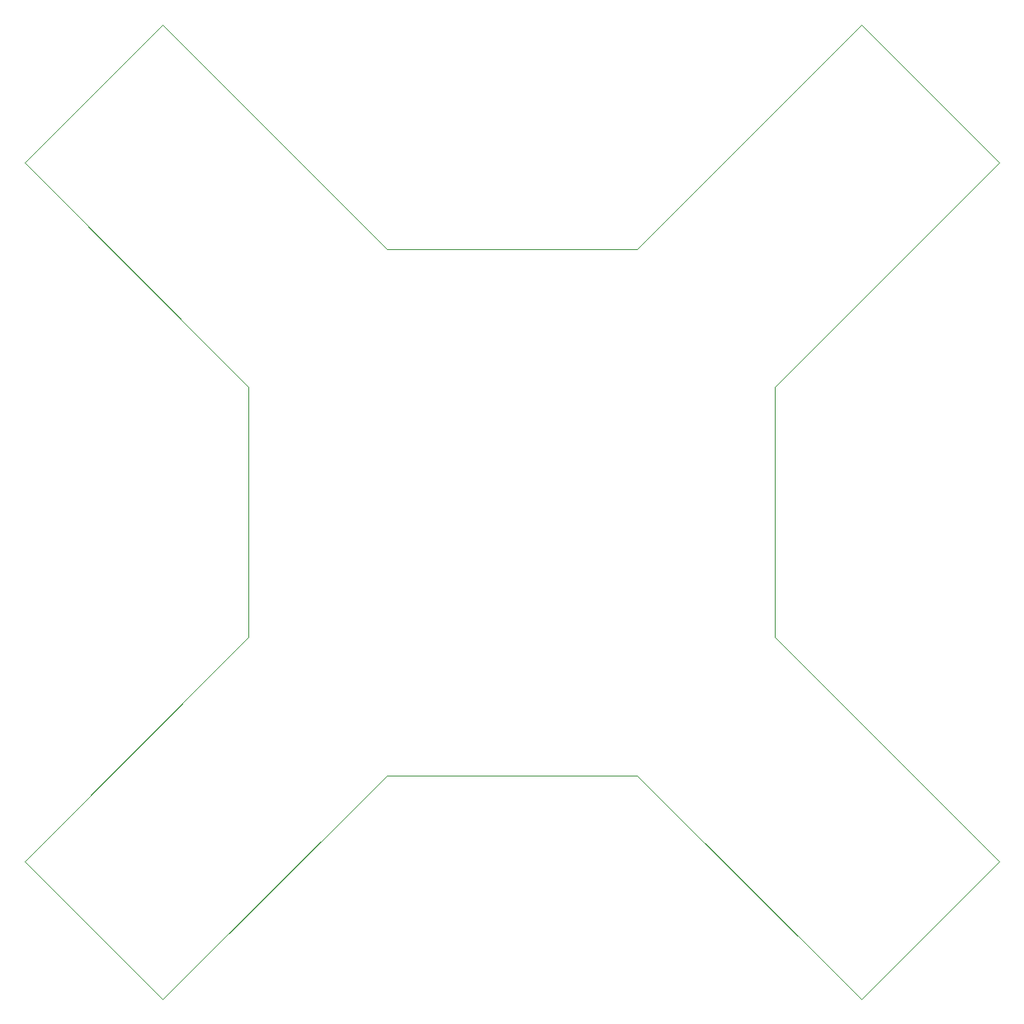
<source format=gbr>
G04 #@! TF.GenerationSoftware,KiCad,Pcbnew,5.1.5+dfsg1-2build2*
G04 #@! TF.CreationDate,2021-03-08T11:08:27-05:00*
G04 #@! TF.ProjectId,leveling_package,6c657665-6c69-46e6-975f-7061636b6167,rev?*
G04 #@! TF.SameCoordinates,Original*
G04 #@! TF.FileFunction,Profile,NP*
%FSLAX46Y46*%
G04 Gerber Fmt 4.6, Leading zero omitted, Abs format (unit mm)*
G04 Created by KiCad (PCBNEW 5.1.5+dfsg1-2build2) date 2021-03-08 11:08:27*
%MOMM*%
%LPD*%
G04 APERTURE LIST*
%ADD10C,0.050000*%
G04 APERTURE END LIST*
D10*
X109857860Y-124000000D02*
X124000000Y-109857860D01*
X101000000Y-86857860D02*
X124000000Y-109857860D01*
X86857860Y-101000000D02*
X109857860Y-124000000D01*
X24000000Y-109857860D02*
X38142140Y-124000000D01*
X38142140Y-124000000D02*
X61142140Y-101000000D01*
X47000000Y-86857860D02*
X24000000Y-109857860D01*
X38142140Y-24000000D02*
X61142140Y-47000000D01*
X24000000Y-38142140D02*
X38142140Y-24000000D01*
X47000000Y-61142140D02*
X24000000Y-38142140D01*
X109857860Y-24000000D02*
X124000000Y-38142140D01*
X124000000Y-38142140D02*
X101000000Y-61142140D01*
X86857860Y-47000000D02*
X109857860Y-24000000D01*
X61142140Y-101000000D02*
X86857860Y-101000000D01*
X101000000Y-61142140D02*
X101000000Y-86857860D01*
X47000000Y-61142140D02*
X47000000Y-86857860D01*
X61142140Y-47000000D02*
X86857860Y-47000000D01*
M02*

</source>
